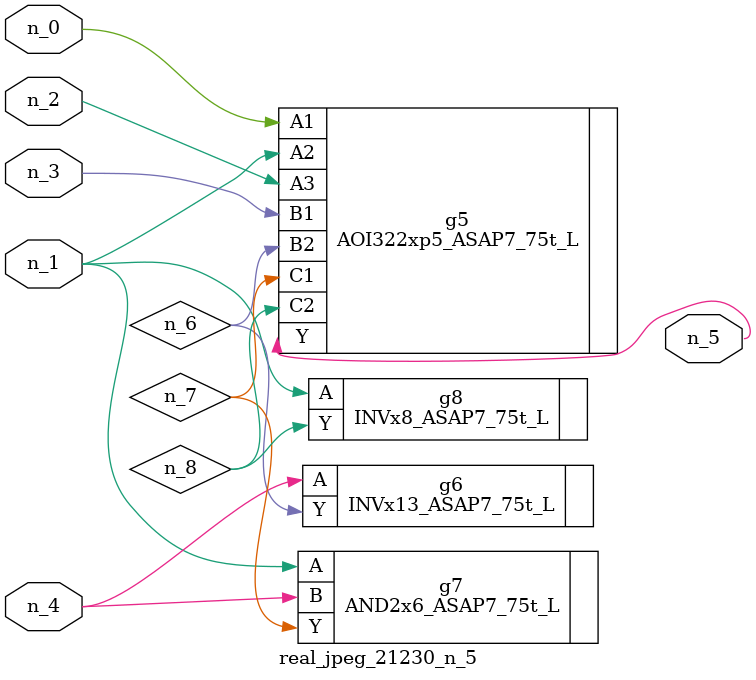
<source format=v>
module real_jpeg_21230_n_5 (n_4, n_0, n_1, n_2, n_3, n_5);

input n_4;
input n_0;
input n_1;
input n_2;
input n_3;

output n_5;

wire n_8;
wire n_6;
wire n_7;

AOI322xp5_ASAP7_75t_L g5 ( 
.A1(n_0),
.A2(n_1),
.A3(n_2),
.B1(n_3),
.B2(n_6),
.C1(n_7),
.C2(n_8),
.Y(n_5)
);

AND2x6_ASAP7_75t_L g7 ( 
.A(n_1),
.B(n_4),
.Y(n_7)
);

INVx8_ASAP7_75t_L g8 ( 
.A(n_1),
.Y(n_8)
);

INVx13_ASAP7_75t_L g6 ( 
.A(n_4),
.Y(n_6)
);


endmodule
</source>
